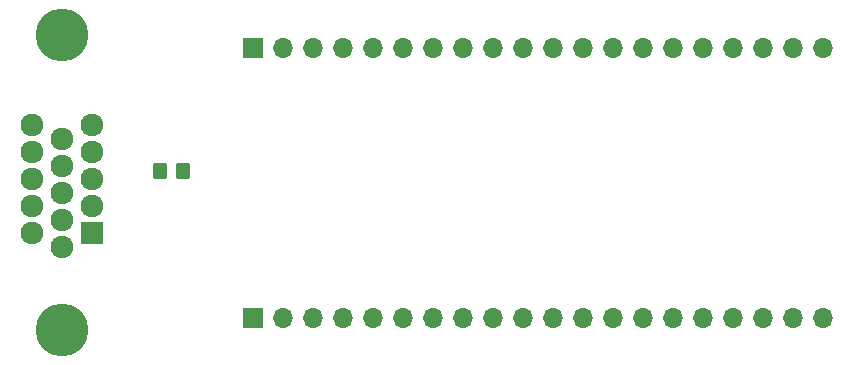
<source format=gts>
G04 #@! TF.GenerationSoftware,KiCad,Pcbnew,8.0.9-8.0.9-0~ubuntu20.04.1*
G04 #@! TF.CreationDate,2025-04-23T19:07:15+01:00*
G04 #@! TF.ProjectId,ggroohauga-amplifier,6767726f-6f68-4617-9567-612d616d706c,rev?*
G04 #@! TF.SameCoordinates,Original*
G04 #@! TF.FileFunction,Soldermask,Top*
G04 #@! TF.FilePolarity,Negative*
%FSLAX46Y46*%
G04 Gerber Fmt 4.6, Leading zero omitted, Abs format (unit mm)*
G04 Created by KiCad (PCBNEW 8.0.9-8.0.9-0~ubuntu20.04.1) date 2025-04-23 19:07:15*
%MOMM*%
%LPD*%
G01*
G04 APERTURE LIST*
G04 Aperture macros list*
%AMRoundRect*
0 Rectangle with rounded corners*
0 $1 Rounding radius*
0 $2 $3 $4 $5 $6 $7 $8 $9 X,Y pos of 4 corners*
0 Add a 4 corners polygon primitive as box body*
4,1,4,$2,$3,$4,$5,$6,$7,$8,$9,$2,$3,0*
0 Add four circle primitives for the rounded corners*
1,1,$1+$1,$2,$3*
1,1,$1+$1,$4,$5*
1,1,$1+$1,$6,$7*
1,1,$1+$1,$8,$9*
0 Add four rect primitives between the rounded corners*
20,1,$1+$1,$2,$3,$4,$5,0*
20,1,$1+$1,$4,$5,$6,$7,0*
20,1,$1+$1,$6,$7,$8,$9,0*
20,1,$1+$1,$8,$9,$2,$3,0*%
G04 Aperture macros list end*
%ADD10R,1.700000X1.700000*%
%ADD11O,1.700000X1.700000*%
%ADD12RoundRect,0.250000X0.350000X0.450000X-0.350000X0.450000X-0.350000X-0.450000X0.350000X-0.450000X0*%
%ADD13C,4.470000*%
%ADD14RoundRect,0.102000X-0.862500X0.862500X-0.862500X-0.862500X0.862500X-0.862500X0.862500X0.862500X0*%
%ADD15C,1.929000*%
G04 APERTURE END LIST*
D10*
X81534000Y-54610000D03*
D11*
X84074000Y-54610000D03*
X86614000Y-54610000D03*
X89154000Y-54610000D03*
X91694000Y-54610000D03*
X94234000Y-54610000D03*
X96774000Y-54610000D03*
X99314000Y-54610000D03*
X101854000Y-54610000D03*
X104394000Y-54610000D03*
X106934000Y-54610000D03*
X109474000Y-54610000D03*
X112014000Y-54610000D03*
X114554000Y-54610000D03*
X117094000Y-54610000D03*
X119634000Y-54610000D03*
X122174000Y-54610000D03*
X124714000Y-54610000D03*
X127254000Y-54610000D03*
X129794000Y-54610000D03*
D10*
X81534000Y-77470000D03*
D11*
X84074000Y-77470000D03*
X86614000Y-77470000D03*
X89154000Y-77470000D03*
X91694000Y-77470000D03*
X94234000Y-77470000D03*
X96774000Y-77470000D03*
X99314000Y-77470000D03*
X101854000Y-77470000D03*
X104394000Y-77470000D03*
X106934000Y-77470000D03*
X109474000Y-77470000D03*
X112014000Y-77470000D03*
X114554000Y-77470000D03*
X117094000Y-77470000D03*
X119634000Y-77470000D03*
X122174000Y-77470000D03*
X124714000Y-77470000D03*
X127254000Y-77470000D03*
X129794000Y-77470000D03*
D12*
X75660000Y-65024000D03*
X73660000Y-65024000D03*
D13*
X65379600Y-53494200D03*
X65379600Y-78484200D03*
D14*
X67919600Y-70319200D03*
D15*
X67919600Y-68029200D03*
X67919600Y-65739200D03*
X67919600Y-63449200D03*
X67919600Y-61159200D03*
X65379600Y-71464200D03*
X65379600Y-69174200D03*
X65379600Y-66884200D03*
X65379600Y-64594200D03*
X65379600Y-62304200D03*
X62839600Y-70319200D03*
X62839600Y-68029200D03*
X62839600Y-65739200D03*
X62839600Y-63449200D03*
X62839600Y-61159200D03*
M02*

</source>
